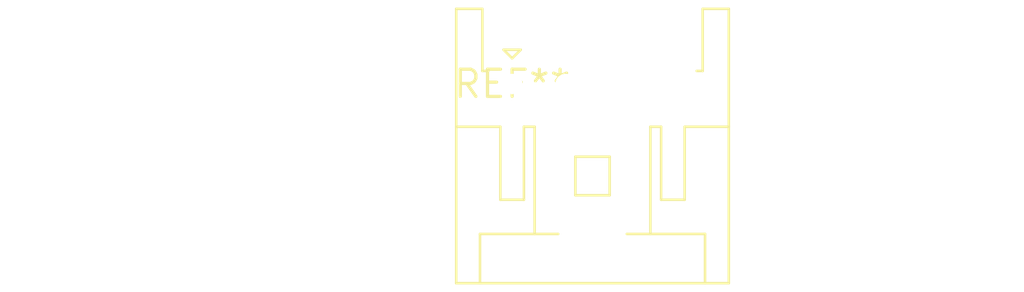
<source format=kicad_pcb>
(kicad_pcb (version 20240108) (generator pcbnew)
  (layers (0 "F.Cu" signal) (31 "B.Cu" signal) (34 "B.Paste" user) (35 "F.Paste" user) (36 "B.SilkS" user "B.Silkscreen") (37 "F.SilkS" user "F.Silkscreen") (38 "B.Mask" user) (39 "F.Mask" user) (44 "Edge.Cuts" user))
  (net 0 "")
  (footprint "JST_XA_S04B-XASK-1_1x04_P2.50mm_Horizontal" (layer "F.Cu") (at 0 0)
    (property "Reference" "REF**")
    (property "Value" "JST_XA_S04B-XASK-1_1x04_P2.50mm_Horizontal")
    (fp_line (start -2.61 -3.51) (end -2.61 9.31) (layer "F.SilkS") (stroke (width 0.12)))
    (fp_line (start -2.61 9.31) (end 10.11 9.31) (layer "F.SilkS") (stroke (width 0.12)))
    (fp_line (start -1.5 7.01) (end 2.15 7.01) (layer "F.SilkS") (stroke (width 0.12)))
    (fp_line (start -1.5 9.31) (end -1.5 7.01) (layer "F.SilkS") (stroke (width 0.12)))
    (fp_line (start -1.39 -3.51) (end -2.61 -3.51) (layer "F.SilkS") (stroke (width 0.12)))
    (fp_line (start -1.39 -0.61) (end -1.39 -3.51) (layer "F.SilkS") (stroke (width 0.12)))
    (fp_line (start -1.11 -0.61) (end -1.39 -0.61) (layer "F.SilkS") (stroke (width 0.12)))
    (fp_line (start -0.55 2) (end -2.61 2) (layer "F.SilkS") (stroke (width 0.12)))
    (fp_line (start -0.55 5.41) (end -0.55 2) (layer "F.SilkS") (stroke (width 0.12)))
    (fp_line (start -0.4 -1.6) (end 0.4 -1.6) (layer "F.SilkS") (stroke (width 0.12)))
    (fp_line (start 0 -1.2) (end -0.4 -1.6) (layer "F.SilkS") (stroke (width 0.12)))
    (fp_line (start 0.4 -1.6) (end 0 -1.2) (layer "F.SilkS") (stroke (width 0.12)))
    (fp_line (start 0.55 2) (end 0.55 5.41) (layer "F.SilkS") (stroke (width 0.12)))
    (fp_line (start 0.55 5.41) (end -0.55 5.41) (layer "F.SilkS") (stroke (width 0.12)))
    (fp_line (start 1.05 2) (end 0.55 2) (layer "F.SilkS") (stroke (width 0.12)))
    (fp_line (start 1.05 7.01) (end 1.05 2) (layer "F.SilkS") (stroke (width 0.12)))
    (fp_line (start 2.95 3.4) (end 4.55 3.4) (layer "F.SilkS") (stroke (width 0.12)))
    (fp_line (start 2.95 5.2) (end 2.95 3.4) (layer "F.SilkS") (stroke (width 0.12)))
    (fp_line (start 4.55 3.4) (end 4.55 5.2) (layer "F.SilkS") (stroke (width 0.12)))
    (fp_line (start 4.55 5.2) (end 2.95 5.2) (layer "F.SilkS") (stroke (width 0.12)))
    (fp_line (start 5.35 7.01) (end 9 7.01) (layer "F.SilkS") (stroke (width 0.12)))
    (fp_line (start 6.45 2) (end 6.95 2) (layer "F.SilkS") (stroke (width 0.12)))
    (fp_line (start 6.45 7.01) (end 6.45 2) (layer "F.SilkS") (stroke (width 0.12)))
    (fp_line (start 6.95 2) (end 6.95 5.41) (layer "F.SilkS") (stroke (width 0.12)))
    (fp_line (start 6.95 5.41) (end 8.05 5.41) (layer "F.SilkS") (stroke (width 0.12)))
    (fp_line (start 8.05 2) (end 10.11 2) (layer "F.SilkS") (stroke (width 0.12)))
    (fp_line (start 8.05 5.41) (end 8.05 2) (layer "F.SilkS") (stroke (width 0.12)))
    (fp_line (start 8.89 -3.51) (end 8.89 -0.61) (layer "F.SilkS") (stroke (width 0.12)))
    (fp_line (start 8.89 -0.61) (end 8.61 -0.61) (layer "F.SilkS") (stroke (width 0.12)))
    (fp_line (start 9 7.01) (end 9 9.31) (layer "F.SilkS") (stroke (width 0.12)))
    (fp_line (start 10.11 -3.51) (end 8.89 -3.51) (layer "F.SilkS") (stroke (width 0.12)))
    (fp_line (start 10.11 9.31) (end 10.11 -3.51) (layer "F.SilkS") (stroke (width 0.12)))
    (pad "" np_thru_hole oval (at 3.75 6.5) (size 2.8 2) (drill oval 2.8 2) (layers *.Cu *.Mask))
    (pad "1" thru_hole roundrect (at 0 0) (size 1.7 1.95) (drill 0.95) (layers *.Cu *.Mask) (remove_unused_layers) (roundrect_rratio 0.147059))
    (pad "2" thru_hole oval (at 2.5 0) (size 1.7 1.95) (drill 0.95) (layers *.Cu *.Mask) (remove_unused_layers))
    (pad "3" thru_hole oval (at 5 0) (size 1.7 1.95) (drill 0.95) (layers *.Cu *.Mask) (remove_unused_layers))
    (pad "4" thru_hole oval (at 7.5 0) (size 1.7 1.95) (drill 0.95) (layers *.Cu *.Mask) (remove_unused_layers))
  )
)
</source>
